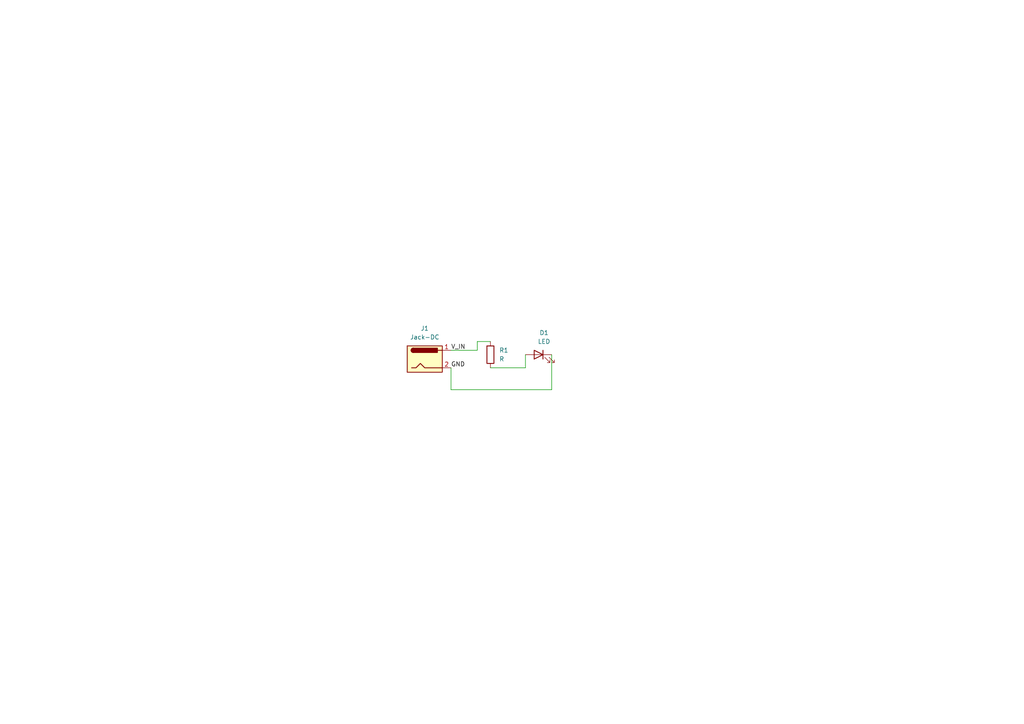
<source format=kicad_sch>
(kicad_sch (version 20250114) (generator "eeschema") (generator_version "9.0")
  (paper "A4")
  (lib_symbols
    (symbol "Connector:Jack-DC" (pin_names (offset 1.016))
      (property "Reference" "J" (at 0 5.334 0))
      (property "Value" "Jack-DC" (at 0 -5.08 0))
      (symbol "Jack-DC_0_1"
        (rectangle (start -5.08 3.81) (end 5.08 -3.81) (stroke (width 0.254)) (fill (type background)))
        (polyline (pts (xy -3.81 -2.54) (xy -2.54 -2.54) (xy -1.27 -1.27) (xy 0 -2.54) (xy 2.54 -2.54) (xy 5.08 -2.54)) (stroke (width 0.254)))
        (arc (start -3.302 1.905) (mid -3.9343 2.54) (end -3.302 3.175) (stroke (width 0.254)))
        (arc (start -3.302 1.905) (mid -3.9343 2.54) (end -3.302 3.175) (stroke (width 0.254)) (fill (type outline)))
        (rectangle (start 3.683 3.175) (end -3.302 1.905) (stroke (width 0.254)) (fill (type outline)))
        (polyline (pts (xy 5.08 2.54) (xy 3.81 2.54)) (stroke (width 0.254)))
      )
      (symbol "Jack-DC_1_1"
        (pin passive line (at 7.62 2.54 180) (length 2.54) (name "~") (number "1"))
        (pin passive line (at 7.62 -2.54 180) (length 2.54) (name "~") (number "2"))
      )
    )
    (symbol "Device:LED" (pin_numbers (hide yes)) (pin_names (offset 1.016) (hide yes))
      (property "Reference" "D" (at 0 2.54 0))
      (property "Value" "LED" (at 0 -2.54 0))
      (symbol "LED_0_1"
        (polyline (pts (xy -3.048 -0.762) (xy -4.572 -2.286) (xy -3.81 -2.286) (xy -4.572 -2.286) (xy -4.572 -1.524)))
        (polyline (pts (xy -1.778 -0.762) (xy -3.302 -2.286) (xy -2.54 -2.286) (xy -3.302 -2.286) (xy -3.302 -1.524)))
        (polyline (pts (xy -1.27 0) (xy 1.27 0)))
        (polyline (pts (xy -1.27 -1.27) (xy -1.27 1.27)) (stroke (width 0.254)))
        (polyline (pts (xy 1.27 -1.27) (xy 1.27 1.27) (xy -1.27 0) (xy 1.27 -1.27)) (stroke (width 0.254)))
      )
      (symbol "LED_1_1"
        (pin passive line (at -3.81 0 0) (length 2.54) (name "K") (number "1"))
        (pin passive line (at 3.81 0 180) (length 2.54) (name "A") (number "2"))
      )
    )
    (symbol "Device:R" (pin_numbers (hide yes)) (pin_names (offset 0))
      (property "Reference" "R" (at 2.032 0 90))
      (property "Value" "R" (at 0 0 90))
      (symbol "R_0_1"
        (rectangle (start -1.016 -2.54) (end 1.016 2.54) (stroke (width 0.254)))
      )
      (symbol "R_1_1"
        (pin passive line (at 0 3.81 270) (length 1.27) (name "~") (number "1"))
        (pin passive line (at 0 -3.81 90) (length 1.27) (name "~") (number "2"))
      )
    )
  )
  (wire (pts (xy 138.43 101.6) (xy 138.43 99.06)))
  (wire (pts (xy 130.81 113.03) (xy 130.81 106.68)))
  (wire (pts (xy 160.02 102.87) (xy 160.02 113.03)))
  (wire (pts (xy 152.4 106.68) (xy 152.4 102.87)))
  (wire (pts (xy 138.43 99.06) (xy 142.24 99.06)))
  (wire (pts (xy 160.02 113.03) (xy 130.81 113.03)))
  (wire (pts (xy 130.81 101.6) (xy 138.43 101.6)))
  (wire (pts (xy 142.24 106.68) (xy 152.4 106.68)))
  (label "V_IN" (at 130.81 101.6 0))
  (label "GND" (at 130.81 106.68 0))
  (symbol (lib_id "Device:R") (at 142.24 102.87 0) (unit 1)
    (property "Reference" "R1" (at 144.78 101.5999 0) (effects (justify left)))
    (property "Value" "R" (at 144.78 104.1399 0) (effects (justify left)))
    (property "Footprint" "Resistor_THT:R_Axial_DIN0207_L6.3mm_D2.5mm_P7.62mm_Horizontal" (effects (hide yes)))
    (property "Description" "Resistor" (effects (hide yes)))
  )
  (symbol (lib_id "Connector:Jack-DC") (at 123.19 104.14 0) (unit 1)
    (property "Reference" "J1" (at 123.19 95.25 0))
    (property "Value" "Jack-DC" (at 123.19 97.79 0))
    (property "Footprint" "Connector:JWT_A3963_1x02_P3.96mm_Vertical" (effects (hide yes)))
    (property "Description" "DC Barrel Jack" (effects (hide yes)))
  )
  (symbol (lib_id "Device:LED") (at 156.21 102.87 0) (mirror y) (unit 1)
    (property "Reference" "D1" (at 157.7975 96.52 0))
    (property "Value" "LED" (at 157.7975 99.06 0))
    (property "Footprint" "LED_THT:LED_D3.0mm" (effects (hide yes)))
    (property "Description" "Light emitting diode" (effects (hide yes)))
    (property "Sim.Pins" "1=K 2=A" (effects (hide yes)))
  )
)
</source>
